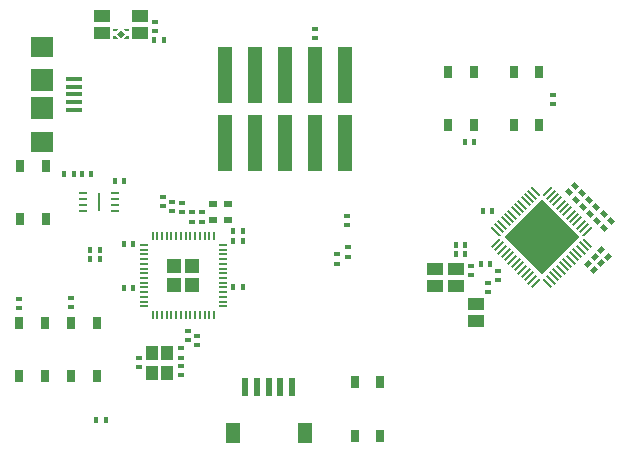
<source format=gtp>
G04*
G04 #@! TF.GenerationSoftware,Altium Limited,Altium Designer,24.5.2 (23)*
G04*
G04 Layer_Color=8421504*
%FSLAX44Y44*%
%MOMM*%
G71*
G04*
G04 #@! TF.SameCoordinates,5A08705E-C27C-47AC-A7BE-410B2864E99F*
G04*
G04*
G04 #@! TF.FilePolarity,Positive*
G04*
G01*
G75*
%ADD14R,1.2500X1.2500*%
%ADD15R,0.4800X0.3800*%
%ADD16R,1.3500X1.0500*%
%ADD17R,1.3500X0.4000*%
%ADD18R,1.9000X1.8000*%
%ADD19R,1.9000X1.9000*%
%ADD20R,0.3800X0.4800*%
%ADD21R,1.2000X4.7500*%
%ADD22R,0.7000X1.0000*%
G04:AMPARAMS|DCode=23|XSize=0.2mm|YSize=1mm|CornerRadius=0mm|HoleSize=0mm|Usage=FLASHONLY|Rotation=135.000|XOffset=0mm|YOffset=0mm|HoleType=Round|Shape=Rectangle|*
%AMROTATEDRECTD23*
4,1,4,0.4243,0.2828,-0.2828,-0.4243,-0.4243,-0.2828,0.2828,0.4243,0.4243,0.2828,0.0*
%
%ADD23ROTATEDRECTD23*%

G04:AMPARAMS|DCode=24|XSize=0.2mm|YSize=1mm|CornerRadius=0mm|HoleSize=0mm|Usage=FLASHONLY|Rotation=45.000|XOffset=0mm|YOffset=0mm|HoleType=Round|Shape=Rectangle|*
%AMROTATEDRECTD24*
4,1,4,0.2828,-0.4243,-0.4243,0.2828,-0.2828,0.4243,0.4243,-0.2828,0.2828,-0.4243,0.0*
%
%ADD24ROTATEDRECTD24*%

%ADD25P,6.3640X4X90.0*%
G04:AMPARAMS|DCode=26|XSize=0.48mm|YSize=0.38mm|CornerRadius=0mm|HoleSize=0mm|Usage=FLASHONLY|Rotation=135.000|XOffset=0mm|YOffset=0mm|HoleType=Round|Shape=Rectangle|*
%AMROTATEDRECTD26*
4,1,4,0.3041,-0.0354,0.0354,-0.3041,-0.3041,0.0354,-0.0354,0.3041,0.3041,-0.0354,0.0*
%
%ADD26ROTATEDRECTD26*%

%ADD27O,0.7500X0.2500*%
%ADD28R,0.2500X1.6000*%
%ADD29R,0.8000X0.6300*%
%ADD30O,0.2000X0.8000*%
%ADD31O,0.8000X0.2000*%
G04:AMPARAMS|DCode=32|XSize=0.48mm|YSize=0.38mm|CornerRadius=0mm|HoleSize=0mm|Usage=FLASHONLY|Rotation=45.000|XOffset=0mm|YOffset=0mm|HoleType=Round|Shape=Rectangle|*
%AMROTATEDRECTD32*
4,1,4,-0.0354,-0.3041,-0.3041,-0.0354,0.0354,0.3041,0.3041,0.0354,-0.0354,-0.3041,0.0*
%
%ADD32ROTATEDRECTD32*%

%ADD33R,1.0000X1.2000*%
%ADD34R,1.2000X1.8000*%
%ADD35R,0.6000X1.5500*%
G36*
X175393Y419950D02*
X172800D01*
X171293Y421457D01*
Y422050D01*
X175393D01*
Y419950D01*
D02*
G37*
G36*
X165707Y421457D02*
X164200Y419950D01*
X161607D01*
Y422050D01*
X165707D01*
Y421457D01*
D02*
G37*
G36*
X171682Y417750D02*
X168500Y414568D01*
X165318Y417750D01*
X168500Y420932D01*
X171682Y417750D01*
D02*
G37*
G36*
X175393Y413450D02*
X171293D01*
Y414043D01*
X172800Y415550D01*
X175393D01*
Y413450D01*
D02*
G37*
G36*
X165707Y414043D02*
Y413450D01*
X161607D01*
Y415550D01*
X164200D01*
X165707Y414043D01*
D02*
G37*
G36*
X533743Y287219D02*
X526672Y280148D01*
X525965Y280855D01*
Y282269D01*
X532328Y288633D01*
X533743Y287219D01*
D02*
G37*
G36*
X523138Y282267D02*
X523136Y280855D01*
X522429Y280148D01*
X515358Y287219D01*
X516772Y288633D01*
X523138Y282267D01*
D02*
G37*
G36*
X567684Y253278D02*
X561320Y246914D01*
X559906D01*
X559198Y247621D01*
X566270Y254692D01*
X567684Y253278D01*
D02*
G37*
G36*
X489902Y247621D02*
X489195Y246914D01*
X487781Y246914D01*
X481417Y253278D01*
X482831Y254692D01*
X489902Y247621D01*
D02*
G37*
G36*
X567684Y237722D02*
X566270Y236308D01*
X559198Y243379D01*
X559906Y244086D01*
X561320D01*
X567684Y237722D01*
D02*
G37*
G36*
X489902Y243379D02*
X482831Y236308D01*
X481417Y237722D01*
X487781Y244086D01*
X489195Y244086D01*
X489902Y243379D01*
D02*
G37*
G36*
X533743Y203781D02*
X532328Y202367D01*
X525965Y208730D01*
Y210145D01*
X526672Y210852D01*
X533743Y203781D01*
D02*
G37*
G36*
X523136Y210145D02*
X523136Y208730D01*
X516772Y202367D01*
X515358Y203781D01*
X522429Y210852D01*
X523136Y210145D01*
D02*
G37*
D14*
X213504Y205250D02*
D03*
X229004D02*
D03*
X213504Y220749D02*
D03*
X229004D02*
D03*
D15*
X332500Y421950D02*
D03*
Y414050D02*
D03*
X361000Y237000D02*
D03*
Y229100D02*
D03*
X197000Y419850D02*
D03*
Y427750D02*
D03*
X534500Y358100D02*
D03*
Y366000D02*
D03*
X204000Y279450D02*
D03*
Y271550D02*
D03*
X212000Y275500D02*
D03*
Y267600D02*
D03*
X220000Y274500D02*
D03*
Y266600D02*
D03*
X236828Y258650D02*
D03*
Y266550D02*
D03*
X228328Y258600D02*
D03*
Y266500D02*
D03*
X360000Y255950D02*
D03*
Y263850D02*
D03*
X351500Y230900D02*
D03*
Y223000D02*
D03*
X464500Y221400D02*
D03*
Y213500D02*
D03*
X488000Y209000D02*
D03*
X488000Y216900D02*
D03*
X479500Y199050D02*
D03*
Y206950D02*
D03*
X82000Y193450D02*
D03*
Y185550D02*
D03*
X126126Y194189D02*
D03*
Y186289D02*
D03*
X224954Y158500D02*
D03*
Y166400D02*
D03*
X232954Y153950D02*
D03*
Y161850D02*
D03*
X219000Y143550D02*
D03*
Y151450D02*
D03*
X183500Y135500D02*
D03*
Y143400D02*
D03*
X219000Y128600D02*
D03*
Y136500D02*
D03*
D16*
X184500Y418000D02*
D03*
Y432500D02*
D03*
X152500Y418000D02*
D03*
Y432500D02*
D03*
X434500Y218750D02*
D03*
Y204250D02*
D03*
X452000Y218750D02*
D03*
Y204250D02*
D03*
X469000Y174250D02*
D03*
Y188750D02*
D03*
D17*
X128750Y360000D02*
D03*
Y366500D02*
D03*
Y373000D02*
D03*
Y353500D02*
D03*
Y379500D02*
D03*
D18*
X102000Y326500D02*
D03*
Y406500D02*
D03*
D19*
Y354500D02*
D03*
Y378500D02*
D03*
D20*
X204500Y412250D02*
D03*
X196600D02*
D03*
X459500Y326500D02*
D03*
X467400D02*
D03*
X120500Y299000D02*
D03*
X128400D02*
D03*
X143450Y299000D02*
D03*
X135550D02*
D03*
X171450Y293000D02*
D03*
X163550D02*
D03*
X482900Y268000D02*
D03*
X475000D02*
D03*
X271450Y250500D02*
D03*
X263550D02*
D03*
X271450Y242500D02*
D03*
X263550D02*
D03*
X171100Y239500D02*
D03*
X179000D02*
D03*
X460033Y239073D02*
D03*
X452133D02*
D03*
X142650Y235000D02*
D03*
X150550D02*
D03*
X460000Y231000D02*
D03*
X452100D02*
D03*
X150488Y226660D02*
D03*
X142588D02*
D03*
X473000Y223000D02*
D03*
X480900D02*
D03*
X271500Y203000D02*
D03*
X263600D02*
D03*
X171100Y202500D02*
D03*
X179000D02*
D03*
X147500Y90500D02*
D03*
X155400D02*
D03*
D21*
X256200Y325250D02*
D03*
X281600D02*
D03*
X307000D02*
D03*
X332400D02*
D03*
X357800D02*
D03*
X256200Y382750D02*
D03*
X281600D02*
D03*
X307000D02*
D03*
X332400D02*
D03*
X357800D02*
D03*
D22*
X501250Y385500D02*
D03*
Y340500D02*
D03*
X522750D02*
D03*
Y385500D02*
D03*
X445750D02*
D03*
Y340500D02*
D03*
X467250D02*
D03*
Y385500D02*
D03*
X104750Y260500D02*
D03*
Y305500D02*
D03*
X83250D02*
D03*
Y260500D02*
D03*
X147816Y128209D02*
D03*
Y173210D02*
D03*
X126316D02*
D03*
Y128209D02*
D03*
X103750Y128000D02*
D03*
Y173000D02*
D03*
X82250D02*
D03*
Y128000D02*
D03*
X387750Y122500D02*
D03*
Y77500D02*
D03*
X366250D02*
D03*
Y122500D02*
D03*
D23*
X488488Y237722D02*
D03*
X491316Y234893D02*
D03*
X494145Y232065D02*
D03*
X496973Y229237D02*
D03*
X499801Y226408D02*
D03*
X502630Y223580D02*
D03*
X505458Y220751D02*
D03*
X508287Y217923D02*
D03*
X511115Y215094D02*
D03*
X513944Y212266D02*
D03*
X516772Y209438D02*
D03*
X560613Y253278D02*
D03*
X557784Y256107D02*
D03*
X554956Y258935D02*
D03*
X552127Y261763D02*
D03*
X549299Y264592D02*
D03*
X546471Y267420D02*
D03*
X543642Y270249D02*
D03*
X540814Y273077D02*
D03*
X537985Y275906D02*
D03*
X535157Y278734D02*
D03*
X532328Y281562D02*
D03*
D24*
Y209438D02*
D03*
X535157Y212266D02*
D03*
X537985Y215094D02*
D03*
X540814Y217923D02*
D03*
X543642Y220751D02*
D03*
X546471Y223580D02*
D03*
X549299Y226408D02*
D03*
X552127Y229237D02*
D03*
X554956Y232065D02*
D03*
X557784Y234893D02*
D03*
X560613Y237722D02*
D03*
X516772Y281562D02*
D03*
X513944Y278734D02*
D03*
X511115Y275906D02*
D03*
X508287Y273077D02*
D03*
X505458Y270249D02*
D03*
X502630Y267420D02*
D03*
X499801Y264592D02*
D03*
X496973Y261763D02*
D03*
X494145Y258935D02*
D03*
X491316Y256107D02*
D03*
X488488Y253278D02*
D03*
D25*
X524550Y245500D02*
D03*
D26*
X553000Y289000D02*
D03*
X547414Y283414D02*
D03*
X559000Y283000D02*
D03*
X553414Y277414D02*
D03*
X565000Y277000D02*
D03*
X559414Y271414D02*
D03*
X571086Y271086D02*
D03*
X565500Y265500D02*
D03*
X571500Y259500D02*
D03*
X577086Y265086D02*
D03*
X583086Y259086D02*
D03*
X577500Y253500D02*
D03*
D27*
X136750Y268000D02*
D03*
Y273000D02*
D03*
Y278000D02*
D03*
Y283000D02*
D03*
X163250Y268000D02*
D03*
Y283000D02*
D03*
Y278000D02*
D03*
Y273000D02*
D03*
D28*
X150000Y275500D02*
D03*
D29*
X246783Y259746D02*
D03*
Y273246D02*
D03*
X258760Y259745D02*
D03*
Y273245D02*
D03*
D30*
X195250Y246250D02*
D03*
X199250D02*
D03*
X203250D02*
D03*
X207250D02*
D03*
X211250D02*
D03*
X215250D02*
D03*
X219250D02*
D03*
X223250D02*
D03*
X227250D02*
D03*
X231250D02*
D03*
X235250D02*
D03*
X239250D02*
D03*
X243250D02*
D03*
X247250D02*
D03*
Y179750D02*
D03*
X243250D02*
D03*
X239250D02*
D03*
X235250D02*
D03*
X231250D02*
D03*
X227250D02*
D03*
X223250D02*
D03*
X219250D02*
D03*
X215250D02*
D03*
X211250D02*
D03*
X207250D02*
D03*
X203250D02*
D03*
X199250D02*
D03*
X195250D02*
D03*
D31*
X254500Y239000D02*
D03*
Y235000D02*
D03*
Y231000D02*
D03*
Y227000D02*
D03*
Y223000D02*
D03*
Y219000D02*
D03*
Y215000D02*
D03*
Y211000D02*
D03*
Y207000D02*
D03*
Y203000D02*
D03*
Y199000D02*
D03*
Y195000D02*
D03*
Y191000D02*
D03*
Y187000D02*
D03*
X188000D02*
D03*
Y191000D02*
D03*
Y195000D02*
D03*
Y199000D02*
D03*
Y203000D02*
D03*
Y207000D02*
D03*
Y211000D02*
D03*
Y215000D02*
D03*
Y219000D02*
D03*
Y223000D02*
D03*
Y227000D02*
D03*
Y231000D02*
D03*
Y235000D02*
D03*
Y239000D02*
D03*
D32*
X575217Y234616D02*
D03*
X580803Y229030D02*
D03*
X569424Y228909D02*
D03*
X575010Y223323D02*
D03*
X563717Y223116D02*
D03*
X569303Y217530D02*
D03*
D33*
X194500Y130500D02*
D03*
X207500D02*
D03*
X194500Y147500D02*
D03*
X207500D02*
D03*
D34*
X324000Y80125D02*
D03*
X263000D02*
D03*
D35*
X303500Y118875D02*
D03*
X293500D02*
D03*
X283500D02*
D03*
X273500D02*
D03*
X313500D02*
D03*
M02*

</source>
